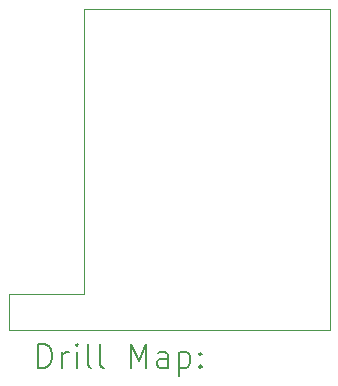
<source format=gbr>
%FSLAX45Y45*%
G04 Gerber Fmt 4.5, Leading zero omitted, Abs format (unit mm)*
G04 Created by KiCad (PCBNEW 6.0.2+dfsg-1) date 2023-09-07 15:13:34*
%MOMM*%
%LPD*%
G01*
G04 APERTURE LIST*
%TA.AperFunction,Profile*%
%ADD10C,0.100000*%
%TD*%
%ADD11C,0.200000*%
G04 APERTURE END LIST*
D10*
X13055600Y-10236200D02*
X15138400Y-10236200D01*
X13055600Y-12649200D02*
X13055600Y-10236200D01*
X12420600Y-12649200D02*
X13055600Y-12649200D01*
X12420600Y-12954000D02*
X12420600Y-12649200D01*
X15138400Y-12954000D02*
X15138400Y-10236200D01*
X15113000Y-12954000D02*
X15138400Y-12954000D01*
X15087600Y-12954000D02*
X15113000Y-12954000D01*
X12420600Y-12954000D02*
X15087600Y-12954000D01*
D11*
X12673219Y-13269476D02*
X12673219Y-13069476D01*
X12720838Y-13069476D01*
X12749409Y-13079000D01*
X12768457Y-13098048D01*
X12777981Y-13117095D01*
X12787505Y-13155190D01*
X12787505Y-13183762D01*
X12777981Y-13221857D01*
X12768457Y-13240905D01*
X12749409Y-13259952D01*
X12720838Y-13269476D01*
X12673219Y-13269476D01*
X12873219Y-13269476D02*
X12873219Y-13136143D01*
X12873219Y-13174238D02*
X12882743Y-13155190D01*
X12892267Y-13145667D01*
X12911314Y-13136143D01*
X12930362Y-13136143D01*
X12997028Y-13269476D02*
X12997028Y-13136143D01*
X12997028Y-13069476D02*
X12987505Y-13079000D01*
X12997028Y-13088524D01*
X13006552Y-13079000D01*
X12997028Y-13069476D01*
X12997028Y-13088524D01*
X13120838Y-13269476D02*
X13101790Y-13259952D01*
X13092267Y-13240905D01*
X13092267Y-13069476D01*
X13225600Y-13269476D02*
X13206552Y-13259952D01*
X13197028Y-13240905D01*
X13197028Y-13069476D01*
X13454171Y-13269476D02*
X13454171Y-13069476D01*
X13520838Y-13212333D01*
X13587505Y-13069476D01*
X13587505Y-13269476D01*
X13768457Y-13269476D02*
X13768457Y-13164714D01*
X13758933Y-13145667D01*
X13739886Y-13136143D01*
X13701790Y-13136143D01*
X13682743Y-13145667D01*
X13768457Y-13259952D02*
X13749409Y-13269476D01*
X13701790Y-13269476D01*
X13682743Y-13259952D01*
X13673219Y-13240905D01*
X13673219Y-13221857D01*
X13682743Y-13202809D01*
X13701790Y-13193286D01*
X13749409Y-13193286D01*
X13768457Y-13183762D01*
X13863695Y-13136143D02*
X13863695Y-13336143D01*
X13863695Y-13145667D02*
X13882743Y-13136143D01*
X13920838Y-13136143D01*
X13939886Y-13145667D01*
X13949409Y-13155190D01*
X13958933Y-13174238D01*
X13958933Y-13231381D01*
X13949409Y-13250428D01*
X13939886Y-13259952D01*
X13920838Y-13269476D01*
X13882743Y-13269476D01*
X13863695Y-13259952D01*
X14044648Y-13250428D02*
X14054171Y-13259952D01*
X14044648Y-13269476D01*
X14035124Y-13259952D01*
X14044648Y-13250428D01*
X14044648Y-13269476D01*
X14044648Y-13145667D02*
X14054171Y-13155190D01*
X14044648Y-13164714D01*
X14035124Y-13155190D01*
X14044648Y-13145667D01*
X14044648Y-13164714D01*
M02*

</source>
